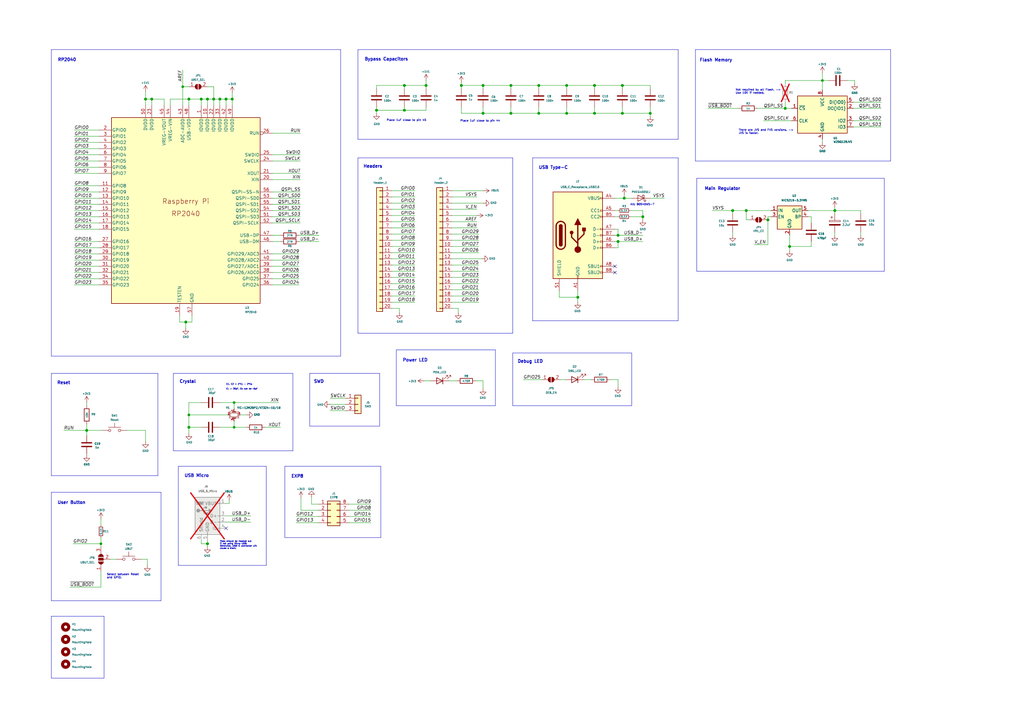
<source format=kicad_sch>
(kicad_sch (version 20230121) (generator eeschema)
  (paper "A3")
  (title_block (title "Mitayi Pico - Schematic") (date "2023-02-20") (rev "0.5") (company "CIRCUITSTATE Electronics LLP") (comment 1 "Designed by Vishnu Mohanan") (comment 2 "Copyright 2021-2023 CIRCUITSTATE Electronics LLP") (comment 3 "Released under MIT Open-source License"))
  (junction (at 220.98 35.052) (diameter 1.016))
  (junction (at 62.23 40.64) (diameter 1.016))
  (junction (at 77.47 175.26) (diameter 1.016))
  (junction (at 220.98 46.482) (diameter 1.016))
  (junction (at 209.55 46.482) (diameter 1.016))
  (junction (at 255.27 46.482) (diameter 1.016))
  (junction (at 243.84 46.482) (diameter 1.016))
  (junction (at 77.47 170.18))
  (junction (at 322.072 44.45) (diameter 1.016))
  (junction (at 76.2 132.08) (diameter 1.016))
  (junction (at 253.492 99.06) (diameter 1.016))
  (junction (at 189.23 35.052) (diameter 1.016))
  (junction (at 243.84 35.052) (diameter 1.016))
  (junction (at 95.25 40.64) (diameter 1.016))
  (junction (at 154.432 45.212) (diameter 1.016))
  (junction (at 198.12 46.482) (diameter 1.016))
  (junction (at 300.482 86.36) (diameter 1.016))
  (junction (at 232.41 35.052) (diameter 1.016))
  (junction (at 85.09 40.64) (diameter 1.016))
  (junction (at 253.492 96.52) (diameter 1.016))
  (junction (at 174.752 35.052) (diameter 1.016))
  (junction (at 165.862 35.052) (diameter 1.016))
  (junction (at 90.17 40.64) (diameter 1.016))
  (junction (at 35.56 176.53) (diameter 1.016))
  (junction (at 198.12 35.052) (diameter 1.016))
  (junction (at 74.93 35.56))
  (junction (at 92.71 40.64) (diameter 1.016))
  (junction (at 59.69 40.64) (diameter 1.016))
  (junction (at 87.63 40.64) (diameter 1.016))
  (junction (at 232.41 46.482) (diameter 1.016))
  (junction (at 256.032 81.28) (diameter 1.016))
  (junction (at 323.85 101.092) (diameter 1.016))
  (junction (at 77.47 40.64) (diameter 1.016))
  (junction (at 85.09 223.012) (diameter 1.016))
  (junction (at 255.27 35.052) (diameter 1.016))
  (junction (at 96.012 175.26))
  (junction (at 342.392 86.36) (diameter 1.016))
  (junction (at 337.312 33.02))
  (junction (at 82.55 40.64) (diameter 1.016))
  (junction (at 41.402 223.012))
  (junction (at 306.07 86.36) (diameter 1.016))
  (junction (at 314.96 90.17) (diameter 1.016))
  (junction (at 236.982 121.92) (diameter 1.016))
  (junction (at 209.55 35.052) (diameter 1.016))
  (junction (at 266.7 46.482) (diameter 1.016))
  (junction (at 165.862 45.212) (diameter 1.016))
  (junction (at 263.652 88.9) (diameter 1.016))
  (junction (at 96.012 165.1))
  (no_connect (at 92.71 216.662))
  (no_connect (at 252.222 109.22))
  (no_connect (at 252.222 111.76))
  (wire (pts (xy 111.76 73.66) (xy 123.19 73.66)))
  (wire (pts (xy 232.41 36.322) (xy 232.41 35.052)))
  (wire (pts (xy 30.48 83.82) (xy 40.64 83.82)))
  (wire (pts (xy 174.752 43.942) (xy 174.752 45.212)))
  (wire (pts (xy 174.752 45.212) (xy 165.862 45.212)))
  (wire (pts (xy 30.48 53.34) (xy 40.64 53.34)))
  (wire (pts (xy 160.782 88.392) (xy 170.18 88.392)))
  (wire (pts (xy 111.76 86.36) (xy 123.19 86.36)))
  (polyline (pts (xy 42.672 252.73) (xy 42.672 278.13)))
  (wire (pts (xy 160.782 113.792) (xy 170.18 113.792)))
  (wire (pts (xy 220.98 35.052) (xy 232.41 35.052)))
  (wire (pts (xy 196.342 123.952) (xy 185.42 123.952)))
  (wire (pts (xy 74.93 28.702) (xy 74.93 35.56)))
  (wire (pts (xy 185.42 85.852) (xy 195.58 85.852)))
  (polyline (pts (xy 21.082 201.93) (xy 21.082 246.38)))
  (wire (pts (xy 74.93 35.56) (xy 77.47 35.56)))
  (wire (pts (xy 255.27 46.482) (xy 266.7 46.482)))
  (polyline (pts (xy 278.13 64.77) (xy 278.13 131.572)))
  (wire (pts (xy 111.76 63.5) (xy 123.19 63.5)))
  (wire (pts (xy 160.782 80.772) (xy 170.18 80.772)))
  (wire (pts (xy 173.99 156.21) (xy 176.53 156.21)))
  (wire (pts (xy 337.312 29.972) (xy 337.312 33.02)))
  (polyline (pts (xy 365.252 20.32) (xy 365.252 66.04)))
  (wire (pts (xy 160.782 85.852) (xy 170.18 85.852)))
  (polyline (pts (xy 120.142 184.912) (xy 71.12 184.912)))
  (wire (pts (xy 185.42 83.312) (xy 198.12 83.312)))
  (wire (pts (xy 165.862 36.322) (xy 165.862 35.052)))
  (wire (pts (xy 59.69 37.592) (xy 59.69 40.64)))
  (wire (pts (xy 59.69 40.64) (xy 59.69 43.18)))
  (wire (pts (xy 82.55 175.26) (xy 77.47 175.26)))
  (wire (pts (xy 310.642 44.45) (xy 322.072 44.45)))
  (polyline (pts (xy 21.082 153.162) (xy 21.082 195.072)))
  (polyline (pts (xy 365.252 66.04) (xy 285.242 66.04)))
  (wire (pts (xy 30.48 111.76) (xy 40.64 111.76)))
  (wire (pts (xy 111.76 116.84) (xy 122.682 116.84)))
  (wire (pts (xy 111.76 111.76) (xy 122.682 111.76)))
  (polyline (pts (xy 155.702 174.752) (xy 127 174.752)))
  (wire (pts (xy 232.41 35.052) (xy 243.84 35.052)))
  (wire (pts (xy 26.162 176.53) (xy 35.56 176.53)))
  (wire (pts (xy 35.56 176.53) (xy 41.91 176.53)))
  (wire (pts (xy 198.12 35.052) (xy 209.55 35.052)))
  (wire (pts (xy 77.47 175.26) (xy 77.47 177.8)))
  (polyline (pts (xy 73.152 191.262) (xy 73.152 231.902)))
  (polyline (pts (xy 66.04 246.38) (xy 21.082 246.38)))
  (polyline (pts (xy 120.142 153.162) (xy 120.142 184.912)))
  (wire (pts (xy 123.444 209.296) (xy 130.556 209.296)))
  (wire (pts (xy 76.2 132.08) (xy 78.74 132.08)))
  (wire (pts (xy 78.74 132.08) (xy 78.74 129.54)))
  (wire (pts (xy 184.15 156.21) (xy 187.452 156.21)))
  (wire (pts (xy 30.48 58.42) (xy 40.64 58.42)))
  (polyline (pts (xy 156.21 220.472) (xy 116.84 220.472)))
  (wire (pts (xy 198.12 156.21) (xy 198.12 159.512)))
  (wire (pts (xy 195.072 156.21) (xy 198.12 156.21)))
  (wire (pts (xy 160.782 101.092) (xy 170.18 101.092)))
  (wire (pts (xy 85.09 221.742) (xy 85.09 223.012)))
  (wire (pts (xy 85.09 223.012) (xy 85.09 224.282)))
  (wire (pts (xy 77.47 40.64) (xy 82.55 40.64)))
  (wire (pts (xy 255.27 46.482) (xy 243.84 46.482)))
  (wire (pts (xy 95.25 38.1) (xy 95.25 40.64)))
  (wire (pts (xy 69.85 40.64) (xy 77.47 40.64)))
  (polyline (pts (xy 285.242 20.32) (xy 365.252 20.32)))
  (polyline (pts (xy 278.13 20.32) (xy 278.13 57.15)))
  (wire (pts (xy 220.98 46.482) (xy 209.55 46.482)))
  (polyline (pts (xy 210.312 144.78) (xy 259.08 144.78)))
  (wire (pts (xy 256.032 81.28) (xy 259.08 81.28)))
  (polyline (pts (xy 21.082 20.32) (xy 21.082 146.05)))
  (wire (pts (xy 252.222 88.9) (xy 253.492 88.9)))
  (wire (pts (xy 35.56 173.99) (xy 35.56 176.53)))
  (polyline (pts (xy 162.56 143.51) (xy 162.56 166.37)))
  (wire (pts (xy 96.012 165.1) (xy 114.3 165.1)))
  (wire (pts (xy 30.48 76.2) (xy 40.64 76.2)))
  (wire (pts (xy 30.48 86.36) (xy 40.64 86.36)))
  (wire (pts (xy 306.07 86.36) (xy 316.23 86.36)))
  (wire (pts (xy 189.23 43.942) (xy 189.23 46.482)))
  (wire (pts (xy 189.23 46.482) (xy 198.12 46.482)))
  (wire (pts (xy 255.27 43.942) (xy 255.27 46.482)))
  (wire (pts (xy 108.712 175.26) (xy 115.062 175.26)))
  (wire (pts (xy 337.312 33.02) (xy 339.852 33.02)))
  (wire (pts (xy 85.09 35.56) (xy 87.63 35.56)))
  (wire (pts (xy 30.48 93.98) (xy 40.64 93.98)))
  (wire (pts (xy 332.74 99.06) (xy 332.74 101.092)))
  (wire (pts (xy 243.84 36.322) (xy 243.84 35.052)))
  (wire (pts (xy 313.182 49.53) (xy 324.612 49.53)))
  (wire (pts (xy 30.48 78.74) (xy 40.64 78.74)))
  (wire (pts (xy 165.862 45.212) (xy 165.862 43.942)))
  (wire (pts (xy 29.972 223.012) (xy 41.402 223.012)))
  (wire (pts (xy 322.072 34.29) (xy 322.072 33.02)))
  (wire (pts (xy 111.76 78.74) (xy 123.19 78.74)))
  (wire (pts (xy 77.47 170.18) (xy 93.472 170.18)))
  (wire (pts (xy 236.982 119.38) (xy 236.982 121.92)))
  (wire (pts (xy 236.982 121.92) (xy 236.982 123.952)))
  (polyline (pts (xy 21.082 201.93) (xy 66.04 201.93)))
  (wire (pts (xy 306.07 86.36) (xy 306.07 90.17)))
  (wire (pts (xy 229.362 119.38) (xy 229.362 121.92)))
  (wire (pts (xy 229.362 121.92) (xy 236.982 121.92)))
  (wire (pts (xy 52.07 176.53) (xy 59.69 176.53)))
  (wire (pts (xy 143.256 206.756) (xy 152.146 206.756)))
  (wire (pts (xy 258.572 86.36) (xy 263.652 86.36)))
  (wire (pts (xy 263.652 86.36) (xy 263.652 88.9)))
  (wire (pts (xy 353.06 95.25) (xy 353.06 96.52)))
  (wire (pts (xy 160.782 98.552) (xy 170.18 98.552)))
  (wire (pts (xy 122.682 96.52) (xy 130.81 96.52)))
  (wire (pts (xy 300.482 95.25) (xy 300.482 96.52)))
  (polyline (pts (xy 42.672 278.13) (xy 21.082 278.13)))
  (wire (pts (xy 185.42 90.932) (xy 195.58 90.932)))
  (wire (pts (xy 185.42 98.552) (xy 196.342 98.552)))
  (wire (pts (xy 292.1 86.36) (xy 300.482 86.36)))
  (wire (pts (xy 30.48 63.5) (xy 40.64 63.5)))
  (wire (pts (xy 332.74 91.44) (xy 332.74 88.9)))
  (polyline (pts (xy 73.152 191.262) (xy 109.22 191.262)))
  (wire (pts (xy 30.48 81.28) (xy 40.64 81.28)))
  (wire (pts (xy 185.42 103.632) (xy 196.342 103.632)))
  (polyline (pts (xy 362.712 111.252) (xy 285.75 111.252)))
  (wire (pts (xy 121.412 214.376) (xy 130.556 214.376)))
  (wire (pts (xy 111.76 104.14) (xy 122.682 104.14)))
  (wire (pts (xy 111.76 66.04) (xy 123.19 66.04)))
  (wire (pts (xy 96.012 175.26) (xy 101.092 175.26)))
  (wire (pts (xy 196.342 118.872) (xy 185.42 118.872)))
  (wire (pts (xy 342.392 86.36) (xy 353.06 86.36)))
  (wire (pts (xy 353.06 87.63) (xy 353.06 86.36)))
  (wire (pts (xy 60.452 229.362) (xy 57.912 229.362)))
  (wire (pts (xy 160.782 106.172) (xy 170.18 106.172)))
  (wire (pts (xy 300.482 87.63) (xy 300.482 86.36)))
  (wire (pts (xy 229.87 155.702) (xy 231.902 155.702)))
  (polyline (pts (xy 139.7 146.05) (xy 21.082 146.05)))
  (wire (pts (xy 30.48 101.6) (xy 40.64 101.6)))
  (wire (pts (xy 314.96 88.9) (xy 316.23 88.9)))
  (wire (pts (xy 30.48 106.68) (xy 40.64 106.68)))
  (wire (pts (xy 30.48 114.3) (xy 40.64 114.3)))
  (wire (pts (xy 121.412 211.836) (xy 130.556 211.836)))
  (wire (pts (xy 243.84 46.482) (xy 232.41 46.482)))
  (wire (pts (xy 322.072 44.45) (xy 324.612 44.45)))
  (wire (pts (xy 160.782 78.232) (xy 170.18 78.232)))
  (wire (pts (xy 45.212 229.362) (xy 47.752 229.362)))
  (wire (pts (xy 174.752 35.052) (xy 174.752 36.322)))
  (wire (pts (xy 250.19 155.702) (xy 253.492 155.702)))
  (wire (pts (xy 253.492 155.702) (xy 253.492 158.75)))
  (wire (pts (xy 243.84 35.052) (xy 255.27 35.052)))
  (wire (pts (xy 143.256 214.376) (xy 152.146 214.376)))
  (wire (pts (xy 87.63 35.56) (xy 87.63 40.64)))
  (wire (pts (xy 185.42 93.472) (xy 195.58 93.472)))
  (polyline (pts (xy 71.12 153.162) (xy 120.142 153.162)))
  (wire (pts (xy 30.48 55.88) (xy 40.64 55.88)))
  (wire (pts (xy 209.55 35.052) (xy 220.98 35.052)))
  (wire (pts (xy 96.012 172.72) (xy 96.012 175.26)))
  (wire (pts (xy 111.76 83.82) (xy 123.19 83.82)))
  (wire (pts (xy 255.27 36.322) (xy 255.27 35.052)))
  (wire (pts (xy 342.392 86.36) (xy 342.392 87.63)))
  (wire (pts (xy 174.752 33.02) (xy 174.752 35.052)))
  (wire (pts (xy 214.63 155.702) (xy 222.25 155.702)))
  (wire (pts (xy 111.76 88.9) (xy 123.19 88.9)))
  (polyline (pts (xy 210.312 136.652) (xy 146.812 136.652)))
  (wire (pts (xy 198.12 36.322) (xy 198.12 35.052)))
  (polyline (pts (xy 21.082 153.162) (xy 64.77 153.162)))
  (wire (pts (xy 220.98 43.942) (xy 220.98 46.482)))
  (wire (pts (xy 189.23 35.052) (xy 189.23 36.322)))
  (wire (pts (xy 111.76 114.3) (xy 122.682 114.3)))
  (wire (pts (xy 59.69 176.53) (xy 59.69 181.102)))
  (wire (pts (xy 111.76 99.06) (xy 115.062 99.06)))
  (wire (pts (xy 122.682 99.06) (xy 130.81 99.06)))
  (wire (pts (xy 30.48 88.9) (xy 40.64 88.9)))
  (polyline (pts (xy 218.44 64.77) (xy 218.44 131.572)))
  (polyline (pts (xy 146.812 20.32) (xy 146.812 57.15)))
  (wire (pts (xy 185.42 108.712) (xy 196.342 108.712)))
  (wire (pts (xy 82.55 221.742) (xy 82.55 223.012)))
  (wire (pts (xy 82.55 223.012) (xy 85.09 223.012)))
  (wire (pts (xy 220.98 36.322) (xy 220.98 35.052)))
  (polyline (pts (xy 162.56 143.51) (xy 203.2 143.51)))
  (wire (pts (xy 41.402 220.472) (xy 41.402 223.012)))
  (polyline (pts (xy 146.812 64.77) (xy 146.812 136.652)))
  (wire (pts (xy 266.7 81.28) (xy 272.542 81.28)))
  (wire (pts (xy 314.96 88.9) (xy 314.96 90.17)))
  (wire (pts (xy 135.382 165.862) (xy 141.732 165.862)))
  (polyline (pts (xy 156.21 191.262) (xy 156.21 220.472)))
  (wire (pts (xy 160.782 126.492) (xy 163.83 126.492)))
  (wire (pts (xy 163.83 126.492) (xy 163.83 128.27)))
  (wire (pts (xy 258.572 88.9) (xy 263.652 88.9)))
  (wire (pts (xy 263.652 88.9) (xy 263.652 90.17)))
  (wire (pts (xy 185.42 88.392) (xy 195.58 88.392)))
  (wire (pts (xy 196.342 121.412) (xy 185.42 121.412)))
  (wire (pts (xy 185.42 126.492) (xy 187.96 126.492)))
  (wire (pts (xy 187.96 126.492) (xy 187.96 128.27)))
  (polyline (pts (xy 21.082 252.73) (xy 42.672 252.73)))
  (wire (pts (xy 165.862 35.052) (xy 174.752 35.052)))
  (wire (pts (xy 141.732 163.322) (xy 135.382 163.322)))
  (wire (pts (xy 209.55 36.322) (xy 209.55 35.052)))
  (wire (pts (xy 196.342 116.332) (xy 185.42 116.332)))
  (wire (pts (xy 332.74 101.092) (xy 323.85 101.092)))
  (wire (pts (xy 35.56 186.182) (xy 35.56 186.69)))
  (wire (pts (xy 69.85 43.18) (xy 69.85 40.64)))
  (wire (pts (xy 154.432 45.212) (xy 154.432 46.482)))
  (wire (pts (xy 28.702 240.792) (xy 41.402 240.792)))
  (wire (pts (xy 331.47 86.36) (xy 342.392 86.36)))
  (wire (pts (xy 154.432 35.052) (xy 165.862 35.052)))
  (polyline (pts (xy 285.75 73.152) (xy 362.712 73.152)))
  (wire (pts (xy 111.76 96.52) (xy 115.062 96.52)))
  (wire (pts (xy 350.012 41.91) (xy 361.442 41.91)))
  (wire (pts (xy 127.762 206.756) (xy 130.556 206.756)))
  (wire (pts (xy 160.782 90.932) (xy 170.18 90.932)))
  (wire (pts (xy 141.732 168.402) (xy 135.382 168.402)))
  (wire (pts (xy 77.47 165.1) (xy 77.47 170.18)))
  (wire (pts (xy 73.66 132.08) (xy 73.66 129.54)))
  (wire (pts (xy 76.2 132.08) (xy 73.66 132.08)))
  (wire (pts (xy 76.2 134.62) (xy 76.2 132.08)))
  (wire (pts (xy 30.48 116.84) (xy 40.64 116.84)))
  (wire (pts (xy 342.392 85.09) (xy 342.392 86.36)))
  (polyline (pts (xy 285.75 73.152) (xy 285.75 111.252)))
  (wire (pts (xy 90.17 175.26) (xy 96.012 175.26)))
  (wire (pts (xy 255.27 35.052) (xy 266.7 35.052)))
  (polyline (pts (xy 278.13 131.572) (xy 218.44 131.572)))
  (polyline (pts (xy 203.2 166.37) (xy 162.56 166.37)))
  (wire (pts (xy 209.55 43.942) (xy 209.55 46.482)))
  (wire (pts (xy 111.76 54.61) (xy 123.19 54.61)))
  (polyline (pts (xy 71.12 153.162) (xy 71.12 184.912)))
  (wire (pts (xy 185.42 106.172) (xy 197.612 106.172)))
  (wire (pts (xy 209.55 46.482) (xy 198.12 46.482)))
  (wire (pts (xy 266.7 46.482) (xy 266.7 47.752)))
  (polyline (pts (xy 127 153.162) (xy 155.702 153.162)))
  (wire (pts (xy 350.012 44.45) (xy 361.442 44.45)))
  (wire (pts (xy 111.76 106.68) (xy 122.682 106.68)))
  (wire (pts (xy 332.74 88.9) (xy 331.47 88.9)))
  (wire (pts (xy 35.56 176.53) (xy 35.56 178.562)))
  (wire (pts (xy 303.022 44.45) (xy 290.322 44.45)))
  (wire (pts (xy 30.48 104.14) (xy 40.64 104.14)))
  (wire (pts (xy 30.48 68.58) (xy 40.64 68.58)))
  (wire (pts (xy 252.222 81.28) (xy 256.032 81.28)))
  (wire (pts (xy 256.032 81.28) (xy 256.032 80.01)))
  (wire (pts (xy 252.222 93.98) (xy 253.492 93.98)))
  (wire (pts (xy 253.492 93.98) (xy 253.492 96.52)))
  (wire (pts (xy 143.256 211.836) (xy 152.146 211.836)))
  (polyline (pts (xy 21.082 252.73) (xy 21.082 278.13)))
  (wire (pts (xy 185.42 80.772) (xy 195.58 80.772)))
  (wire (pts (xy 60.452 231.902) (xy 60.452 229.362)))
  (polyline (pts (xy 64.77 153.162) (xy 64.77 195.072)))
  (wire (pts (xy 185.42 78.232) (xy 198.12 78.232)))
  (wire (pts (xy 342.392 95.25) (xy 342.392 96.52)))
  (wire (pts (xy 196.342 113.792) (xy 185.42 113.792)))
  (wire (pts (xy 232.41 43.942) (xy 232.41 46.482)))
  (polyline (pts (xy 146.812 64.77) (xy 210.312 64.77)))
  (wire (pts (xy 337.312 33.02) (xy 337.312 36.83)))
  (wire (pts (xy 143.256 209.296) (xy 152.146 209.296)))
  (wire (pts (xy 92.71 40.64) (xy 92.71 43.18)))
  (wire (pts (xy 127.762 203.962) (xy 127.762 206.756)))
  (polyline (pts (xy 210.312 64.77) (xy 210.312 136.652)))
  (wire (pts (xy 111.76 91.44) (xy 123.19 91.44)))
  (wire (pts (xy 154.432 45.212) (xy 165.862 45.212)))
  (wire (pts (xy 92.71 40.64) (xy 95.25 40.64)))
  (wire (pts (xy 95.25 43.18) (xy 95.25 40.64)))
  (polyline (pts (xy 155.702 153.162) (xy 155.702 174.752)))
  (wire (pts (xy 323.85 101.092) (xy 323.85 102.87)))
  (polyline (pts (xy 362.712 73.152) (xy 362.712 111.252)))
  (wire (pts (xy 160.782 96.012) (xy 170.18 96.012)))
  (wire (pts (xy 96.012 165.1) (xy 96.012 167.64)))
  (wire (pts (xy 252.222 99.06) (xy 253.492 99.06)))
  (wire (pts (xy 253.492 99.06) (xy 263.652 99.06)))
  (wire (pts (xy 160.782 111.252) (xy 170.18 111.252)))
  (wire (pts (xy 252.222 86.36) (xy 253.492 86.36)))
  (wire (pts (xy 74.93 35.56) (xy 74.93 43.18)))
  (polyline (pts (xy 278.13 57.15) (xy 146.812 57.15)))
  (wire (pts (xy 160.782 116.332) (xy 170.18 116.332)))
  (wire (pts (xy 347.472 33.02) (xy 350.52 33.02)))
  (wire (pts (xy 350.52 33.02) (xy 350.52 34.29)))
  (polyline (pts (xy 66.04 201.93) (xy 66.04 246.38)))
  (wire (pts (xy 41.402 223.012) (xy 41.402 224.282)))
  (wire (pts (xy 41.402 212.852) (xy 41.402 215.392)))
  (wire (pts (xy 154.432 43.942) (xy 154.432 45.212)))
  (wire (pts (xy 306.07 90.17) (xy 307.34 90.17)))
  (polyline (pts (xy 127 153.162) (xy 127 174.752)))
  (wire (pts (xy 160.782 121.412) (xy 170.18 121.412)))
  (wire (pts (xy 185.42 101.092) (xy 196.342 101.092)))
  (wire (pts (xy 198.12 43.942) (xy 198.12 46.482)))
  (wire (pts (xy 266.7 43.942) (xy 266.7 46.482)))
  (wire (pts (xy 239.522 155.702) (xy 242.57 155.702)))
  (polyline (pts (xy 21.082 20.32) (xy 139.7 20.32)))
  (wire (pts (xy 123.444 204.216) (xy 123.444 209.296)))
  (wire (pts (xy 77.47 43.18) (xy 77.47 40.64)))
  (polyline (pts (xy 139.7 20.32) (xy 139.7 146.05)))
  (wire (pts (xy 309.372 100.33) (xy 314.96 100.33)))
  (wire (pts (xy 314.96 100.33) (xy 314.96 90.17)))
  (wire (pts (xy 98.552 170.18) (xy 101.092 170.18)))
  (wire (pts (xy 189.23 33.782) (xy 189.23 35.052)))
  (polyline (pts (xy 116.84 191.262) (xy 116.84 220.472)))
  (wire (pts (xy 30.48 60.96) (xy 40.64 60.96)))
  (polyline (pts (xy 218.44 64.77) (xy 278.13 64.77)))
  (wire (pts (xy 30.48 99.06) (xy 40.64 99.06)))
  (polyline (pts (xy 203.2 143.51) (xy 203.2 166.37)))
  (wire (pts (xy 323.85 96.52) (xy 323.85 101.092)))
  (wire (pts (xy 350.012 52.07) (xy 361.442 52.07)))
  (wire (pts (xy 189.23 35.052) (xy 198.12 35.052)))
  (polyline (pts (xy 116.84 191.262) (xy 156.21 191.262)))
  (polyline (pts (xy 109.22 231.902) (xy 73.152 231.902)))
  (wire (pts (xy 90.17 43.18) (xy 90.17 40.64)))
  (wire (pts (xy 111.76 109.22) (xy 122.682 109.22)))
  (wire (pts (xy 160.782 118.872) (xy 170.18 118.872)))
  (wire (pts (xy 82.55 165.1) (xy 77.47 165.1)))
  (wire (pts (xy 59.69 40.64) (xy 62.23 40.64)))
  (wire (pts (xy 62.23 43.18) (xy 62.23 40.64)))
  (wire (pts (xy 160.782 123.952) (xy 170.18 123.952)))
  (wire (pts (xy 160.782 108.712) (xy 170.18 108.712)))
  (wire (pts (xy 85.09 40.64) (xy 87.63 40.64)))
  (wire (pts (xy 87.63 40.64) (xy 90.17 40.64)))
  (wire (pts (xy 87.63 43.18) (xy 87.63 40.64)))
  (wire (pts (xy 90.17 40.64) (xy 92.71 40.64)))
  (polyline (pts (xy 259.08 144.78) (xy 259.08 166.37)))
  (wire (pts (xy 41.402 240.792) (xy 41.402 234.442)))
  (wire (pts (xy 252.222 101.6) (xy 253.492 101.6)))
  (wire (pts (xy 253.492 101.6) (xy 253.492 99.06)))
  (wire (pts (xy 92.71 211.582) (xy 102.87 211.582)))
  (wire (pts (xy 160.782 103.632) (xy 170.18 103.632)))
  (polyline (pts (xy 64.77 195.072) (xy 21.082 195.072)))
  (wire (pts (xy 322.072 41.91) (xy 322.072 44.45)))
  (wire (pts (xy 252.222 96.52) (xy 253.492 96.52)))
  (wire (pts (xy 253.492 96.52) (xy 263.652 96.52)))
  (wire (pts (xy 67.31 40.64) (xy 62.23 40.64)))
  (wire (pts (xy 67.31 43.18) (xy 67.31 40.64)))
  (wire (pts (xy 90.17 165.1) (xy 96.012 165.1)))
  (wire (pts (xy 30.48 66.04) (xy 40.64 66.04)))
  (wire (pts (xy 322.072 33.02) (xy 337.312 33.02)))
  (wire (pts (xy 77.47 170.18) (xy 77.47 175.26)))
  (wire (pts (xy 111.76 81.28) (xy 123.19 81.28)))
  (polyline (pts (xy 259.08 166.37) (xy 210.312 166.37)))
  (wire (pts (xy 350.012 49.53) (xy 361.442 49.53)))
  (wire (pts (xy 300.482 86.36) (xy 306.07 86.36)))
  (wire (pts (xy 160.782 93.472) (xy 170.18 93.472)))
  (polyline (pts (xy 146.812 20.32) (xy 278.13 20.32)))
  (wire (pts (xy 82.55 40.64) (xy 85.09 40.64)))
  (wire (pts (xy 85.09 43.18) (xy 85.09 40.64)))
  (wire (pts (xy 232.41 46.482) (xy 220.98 46.482)))
  (wire (pts (xy 35.56 165.1) (xy 35.56 166.37)))
  (wire (pts (xy 154.432 36.322) (xy 154.432 35.052)))
  (wire (pts (xy 243.84 43.942) (xy 243.84 46.482)))
  (wire (pts (xy 266.7 36.322) (xy 266.7 35.052)))
  (wire (pts (xy 92.71 214.122) (xy 102.87 214.122)))
  (polyline (pts (xy 210.312 144.78) (xy 210.312 166.37)))
  (wire (pts (xy 185.42 111.252) (xy 196.342 111.252)))
  (wire (pts (xy 111.76 71.12) (xy 123.19 71.12)))
  (wire (pts (xy 30.48 71.12) (xy 40.64 71.12)))
  (polyline (pts (xy 285.242 20.32) (xy 285.242 66.04)))
  (polyline (pts (xy 109.22 191.262) (xy 109.22 231.902)))
  (wire (pts (xy 337.312 57.15) (xy 337.312 58.42)))
  (wire (pts (xy 92.71 206.502) (xy 93.98 206.502)))
  (wire (pts (xy 93.98 206.502) (xy 93.98 205.232)))
  (wire (pts (xy 82.55 43.18) (xy 82.55 40.64)))
  (wire (pts (xy 30.48 109.22) (xy 40.64 109.22)))
  (wire (pts (xy 185.42 96.012) (xy 196.342 96.012)))
  (wire (pts (xy 30.48 91.44) (xy 40.64 91.44)))
  (wire (pts (xy 160.782 83.312) (xy 170.18 83.312)))
  (text "USB Type-C" (at 220.853 69.596 0) (effects (font (size 1.27 1.27) (thickness 0.254) bold) (justify left bottom)))
  (text "Main Regulator" (at 288.925 78.232 0) (effects (font (size 1.27 1.27) (thickness 0.254) bold) (justify left bottom)))
  (text "Headers" (at 148.971 69.088 0) (effects (font (size 1.27 1.27) (thickness 0.254) bold) (justify left bottom)))
  (text "RP2040" (at 23.622 25.4 0) (effects (font (size 1.27 1.27) (thickness 0.254) bold) (justify left bottom)))
  (text "Alt: B0540WS-7" (at 258.445 84.455 0) (effects (font (size 0.8 0.8)) (justify left bottom)))
  (text "Bypass Capacitors" (at 149.479 25.146 0) (effects (font (size 1.27 1.27) (thickness 0.254) bold) (justify left bottom)))
  (text "Place 1uF close to pin 45" (at 158.496 49.911 0) (effects (font (size 0.8 0.8)) (justify left bottom)))
  (text "Debug LED" (at 212.217 149.098 0) (effects (font (size 1.27 1.27) (thickness 0.254) bold) (justify left bottom)))
  (text "There are JVS and FVS versions. ->\nJVS is faster." (at 302.895 55.245 0) (effects (font (size 0.8 0.8)) (justify left bottom)))
  (text "EXP8" (at 119.38 196.215 0) (effects (font (size 1.27 1.27) (thickness 0.254) bold) (justify left bottom)))
  (text "Crystal" (at 73.533 157.353 0) (effects (font (size 1.27 1.27) (thickness 0.254) bold) (justify left bottom)))
  (text "Pads should be masked out\nif not using Micro-USB.\nOtherwise, USB-C connector will\ncause a short." (at 90.17 225.425 0) (effects (font (size 0.6 0.6)) (justify left bottom)))
  (text "Power LED" (at 165.1 148.59 0) (effects (font (size 1.27 1.27) (thickness 0.254) bold) (justify left bottom)))
  (text "Not required by all Flash. ->\nUse 10K if needed." (at 301.625 38.735 0) (effects (font (size 0.8 0.8)) (justify left bottom)))
  (text "C1, C2 = 2*CL - 2*Cs\n\nCL = 20pF, Cs can be ~5pF" (at 92.71 160.02 0) (effects (font (size 0.6 0.6)) (justify left bottom)))
  (text "SWD" (at 128.651 157.353 0) (effects (font (size 1.27 1.27) (thickness 0.254) bold) (justify left bottom)))
  (text "Reset" (at 23.368 157.861 0) (effects (font (size 1.27 1.27) (thickness 0.254) bold) (justify left bottom)))
  (text "Place 1uF close to pin 44" (at 188.722 50.165 0) (effects (font (size 0.8 0.8)) (justify left bottom)))
  (text "Select between Reset\nand GPIO." (at 43.815 237.49 0) (effects (font (size 0.8 0.8)) (justify left bottom)))
  (text "Flash Memory" (at 286.893 25.527 0) (effects (font (size 1.27 1.27) (thickness 0.254) bold) (justify left bottom)))
  (text "USB Micro" (at 75.565 195.961 0) (effects (font (size 1.27 1.27) (thickness 0.254) bold) (justify left bottom)))
  (text "User Button" (at 23.495 207.01 0) (effects (font (size 1.27 1.27) (thickness 0.254) bold) (justify left bottom)))
  (label "QSPI_SS" (at 313.182 44.45 0) (effects (font italic)))
  (label "GPIO29" (at 196.342 96.012 180) (effects (font italic)))
  (label "QSPI_SD3" (at 123.19 88.9 180) (effects (font italic)))
  (label "GPIO9" (at 30.48 78.74 0) (effects (font italic)))
  (label "GPIO24" (at 196.342 111.252 180) (effects (font italic)))
  (label "GPIO6" (at 30.48 68.58 0) (effects (font italic)))
  (label "VSYS" (at 272.542 81.28 180) (effects (font italic)))
  (label "GPIO27" (at 196.342 101.092 180) (effects (font italic)))
  (label "QSPI_SD1" (at 123.19 83.82 180) (effects (font italic)))
  (label "GPIO21" (at 196.342 118.872 180) (effects (font italic)))
  (label "GPIO20" (at 196.342 121.412 180) (effects (font italic)))
  (label "RUN" (at 123.19 54.61 180) (effects (font italic)))
  (label "GPIO8" (at 170.18 98.552 180) (effects (font italic)))
  (label "GPIO25" (at 214.63 155.702 0) (effects (font italic)))
  (label "GPIO4" (at 30.48 63.5 0) (effects (font italic)))
  (label "GPIO12" (at 170.18 108.712 180) (effects (font italic)))
  (label "VSYS" (at 292.1 86.36 0) (effects (font italic)))
  (label "GPIO13" (at 170.18 111.252 180) (effects (font italic)))
  (label "XOUT" (at 123.19 71.12 180) (effects (font italic)))
  (label "GPIO11" (at 30.48 83.82 0) (effects (font italic)))
  (label "USB_D-" (at 263.652 96.52 180) (effects (font italic)))
  (label "GPIO2" (at 29.972 223.012 0) (effects (font italic)))
  (label "GPIO12" (at 121.412 211.836 0) (effects (font italic)))
  (label "GPIO23" (at 30.48 116.84 0) (effects (font italic)))
  (label "GPIO9" (at 170.18 101.092 180) (effects (font italic)))
  (label "GPIO7" (at 30.48 71.12 0) (effects (font italic)))
  (label "USB_D+" (at 130.81 96.52 180) (effects (font italic)))
  (label "GPIO22" (at 196.342 116.332 180) (effects (font italic)))
  (label "QSPI_SCLK" (at 123.19 91.44 180) (effects (font italic)))
  (label "USB_D+" (at 263.652 99.06 180) (effects (font italic)))
  (label "GPIO17" (at 170.18 121.412 180) (effects (font italic)))
  (label "GPIO19" (at 196.342 123.952 180) (effects (font italic)))
  (label "XOUT" (at 115.062 175.26 180) (effects (font italic)))
  (label "QSPI_SD2" (at 361.442 49.53 180) (effects (font italic)))
  (label "GPIO15" (at 30.48 93.98 0) (effects (font italic)))
  (label "GPIO15" (at 152.146 214.376 180) (effects (font italic)))
  (label "RUN" (at 195.58 93.472 180) (effects (font italic)))
  (label "GPIO0" (at 170.18 78.232 180) (effects (font italic)))
  (label "QSPI_SD0" (at 123.19 81.28 180) (effects (font italic)))
  (label "QSPI_SD1" (at 361.442 44.45 180) (effects (font italic)))
  (label "AREF" (at 195.58 90.932 180) (effects (font italic)))
  (label "GPIO2" (at 30.48 58.42 0) (effects (font italic)))
  (label "GPIO6" (at 170.18 93.472 180) (effects (font italic)))
  (label "RUN" (at 26.162 176.53 0) (effects (font italic)))
  (label "GPIO10" (at 30.48 81.28 0) (effects (font italic)))
  (label "V_EN" (at 195.58 85.852 180) (effects (font italic)))
  (label "GPIO4" (at 170.18 88.392 180) (effects (font italic)))
  (label "GPIO27" (at 122.682 109.22 180) (effects (font italic)))
  (label "GPIO16" (at 170.18 118.872 180) (effects (font italic)))
  (label "GPIO8" (at 152.146 209.296 180) (effects (font italic)))
  (label "GPIO28" (at 122.682 106.68 180) (effects (font italic)))
  (label "GPIO16" (at 30.48 99.06 0) (effects (font italic)))
  (label "GPIO2" (at 170.18 83.312 180) (effects (font italic)))
  (label "VSYS" (at 195.58 80.772 180) (effects (font italic)))
  (label "GPIO20" (at 30.48 109.22 0) (effects (font italic)))
  (label "GPIO1" (at 170.18 80.772 180) (effects (font italic)))
  (label "GPIO7" (at 170.18 96.012 180) (effects (font italic)))
  (label "GPIO5" (at 170.18 90.932 180) (effects (font italic)))
  (label "GPIO3" (at 170.18 85.852 180) (effects (font italic)))
  (label "GPIO8" (at 30.48 76.2 0) (effects (font italic)))
  (label "GPIO26" (at 196.342 103.632 180) (effects (font italic)))
  (label "GPIO14" (at 30.48 91.44 0) (effects (font italic)))
  (label "GPIO19" (at 30.48 106.68 0) (effects (font italic)))
  (label "GPIO22" (at 30.48 114.3 0) (effects (font italic)))
  (label "XIN" (at 123.19 73.66 180) (effects (font italic)))
  (label "GPIO23" (at 196.342 113.792 180) (effects (font italic)))
  (label "GPIO12" (at 30.48 86.36 0) (effects (font italic)))
  (label "QSPI_SD3" (at 361.442 52.07 180) (effects (font italic)))
  (label "QSPI_SD2" (at 123.19 86.36 180) (effects (font italic)))
  (label "~{USB_BOOT}" (at 28.702 240.792 0) (effects (font italic)))
  (label "GPIO15" (at 170.18 116.332 180) (effects (font italic)))
  (label "GPIO25" (at 122.682 114.3 180) (effects (font italic)))
  (label "AREF" (at 74.93 28.702 270) (effects (font italic)))
  (label "GPIO13" (at 121.412 214.376 0) (effects (font italic)))
  (label "USB_D+" (at 102.87 211.582 180) (effects (font italic)))
  (label "GPIO9" (at 152.146 206.756 180) (effects (font italic)))
  (label "GPIO24" (at 122.682 116.84 180) (effects (font italic)))
  (label "SWDIO" (at 123.19 63.5 180) (effects (font italic)))
  (label "XIN" (at 114.3 165.1 180) (effects (font italic)))
  (label "GPIO10" (at 170.18 103.632 180) (effects (font italic)))
  (label "GPIO5" (at 30.48 66.04 0) (effects (font italic)))
  (label "GPIO14" (at 170.18 113.792 180) (effects (font italic)))
  (label "GPIO25" (at 196.342 108.712 180) (effects (font italic)))
  (label "SWCLK" (at 135.382 163.322 0) (effects (font italic)))
  (label "GPIO1" (at 30.48 55.88 0) (effects (font italic)))
  (label "QSPI_SCLK" (at 313.182 49.53 0) (effects (font italic)))
  (label "GPIO11" (at 170.18 106.172 180) (effects (font italic)))
  (label "QSPI_SS" (at 123.19 78.74 180) (effects (font italic)))
  (label "SWDIO" (at 135.382 168.402 0) (effects (font italic)))
  (label "GPIO3" (at 30.48 60.96 0) (effects (font italic)))
  (label "USB_D-" (at 130.81 99.06 180) (effects (font italic)))
  (label "GPIO18" (at 170.18 123.952 180) (effects (font italic)))
  (label "GPIO21" (at 30.48 111.76 0) (effects (font italic)))
  (label "~{USB_BOOT}" (at 290.322 44.45 0) (effects (font italic)))
  (label "GPIO13" (at 30.48 88.9 0) (effects (font italic)))
  (label "GPIO18" (at 30.48 104.14 0) (effects (font italic)))
  (label "USB_D-" (at 102.87 214.122 180) (effects (font italic)))
  (label "V_EN" (at 309.372 100.33 0) (effects (font italic)))
  (label "GPIO26" (at 122.682 111.76 180) (effects (font italic)))
  (label "GPIO0" (at 30.48 53.34 0) (effects (font italic)))
  (label "GPIO14" (at 152.146 211.836 180) (effects (font italic)))
  (label "SWCLK" (at 123.19 66.04 180) (effects (font italic)))
  (label "GPIO17" (at 30.48 101.6 0) (effects (font italic)))
  (label "GPIO28" (at 196.342 98.552 180) (effects (font italic)))
  (label "GPIO29" (at 122.682 104.14 180) (effects (font italic)))
  (label "QSPI_SD0" (at 361.442 41.91 180) (effects (font italic)))
  (symbol (lib_id "power:GND") (at 353.06 96.52 0) (unit 1)
    (property "Reference" "#PWR019" (effects hide))
    (property "Value" "GND" (at 353.06 100.33 0) (effects (font (size 0.8 0.8))))
  )
  (symbol (lib_id "power:GND") (at 266.7 47.752 0) (unit 1)
    (property "Reference" "#PWR08" (effects hide))
    (property "Value" "GND" (at 266.573 51.3842 0) (effects (font (size 0.8 0.8))))
  )
  (symbol (lib_id "power:GND") (at 187.96 128.27 0) (unit 1)
    (property "Reference" "#PWR024" (effects hide))
    (property "Value" "GND" (at 188.087 131.9022 0) (effects (font (size 0.8 0.8))))
  )
  (symbol (lib_id "Connector:USB_C_Receptacle_USB2.0") (at 236.982 96.52 0) (unit 1)
    (property "Reference" "J2" (at 236.855 74.422 0) (effects (font (size 0.8 0.8))))
    (property "Value" "USB_C_Receptacle_USB2.0" (at 237.871 76.708 0) (effects (font (size 0.8 0.8))))
    (property "Footprint" "CIRCUITSTATE_Connector_USB:Korean-Hroparts-Elec_TYPE-C-31-M-12" (effects hide))
    (property "Datasheet" "https://www.usb.org/sites/default/files/documents/usb_type-c.zip" (effects hide))
  )
  (symbol (lib_id "Device:C") (at 86.36 165.1 270) (unit 1)
    (property "Reference" "C17" (at 85.2424 159.639 90) (effects (font (size 0.8 0.8)) (justify left)))
    (property "Value" "30pF" (at 85.471 161.163 90) (effects (font (size 0.8 0.8)) (justify left)))
    (property "Footprint" "Capacitor_SMD:C_0402_1005Metric_Pad0.74x0.62mm_HandSolder" (effects hide))
  )
  (symbol (lib_id "Device:C") (at 174.752 40.132 0) (unit 1)
    (property "Reference" "C4" (at 177.927 39.4716 0) (effects (font (size 0.8 0.8)) (justify left)))
    (property "Value" "1u" (at 177.927 41.021 0) (effects (font (size 0.8 0.8)) (justify left)))
    (property "Footprint" "Capacitor_SMD:C_0402_1005Metric_Pad0.74x0.62mm_HandSolder" (effects hide))
  )
  (symbol (lib_id "power:+3V3") (at 342.392 85.09 0) (unit 1)
    (property "Reference" "#PWR014" (effects hide))
    (property "Value" "+3V3" (at 342.265 81.4578 0) (effects (font (size 0.8 0.8))))
  )
  (symbol (lib_id "power:GND") (at 337.312 58.42 0) (unit 1)
    (property "Reference" "#PWR010" (effects hide))
    (property "Value" "GND" (at 337.312 61.976 0) (effects (font (size 0.8 0.8))))
  )
  (symbol (lib_id "Connector_Generic:Conn_01x20") (at 180.34 101.092 0) (mirror y) (unit 1)
    (property "Reference" "J4" (at 180.594 73.152 0) (effects (font (size 0.8 0.8))))
    (property "Value" "Header_2" (at 180.848 74.93 0) (effects (font (size 0.8 0.8))))
    (property "Footprint" "CIRCUITSTATE-Connector-Pin-Headers:PinHeader_1x20_2H_P2.54mm_Vertical" (effects hide))
  )
  (symbol (lib_id "Diode:MBR1020VL") (at 262.89 81.28 180) (unit 1)
    (property "Reference" "D1" (at 262.89 76.835 0) (effects (font (size 0.8 0.8))))
    (property "Value" "PMEG4005EJ" (at 262.89 78.74 0) (effects (font (size 0.8 0.8))))
    (property "Footprint" "Diode_SMD:D_SOD-323_HandSoldering" (effects hide))
    (property "Datasheet" "https://www.onsemi.com/pub/Collateral/MBR1020VL-D.PDF" (effects hide))
  )
  (symbol (lib_id "power:GND") (at 323.85 102.87 0) (unit 1)
    (property "Reference" "#PWR020" (effects hide))
    (property "Value" "GND" (at 323.85 106.68 0) (effects (font (size 0.8 0.8))))
  )
  (symbol (lib_id "Device:C") (at 35.56 182.372 0) (unit 1)
    (property "Reference" "C19" (at 38.735 181.9656 0) (effects (font (size 0.8 0.8)) (justify left)))
    (property "Value" "1u" (at 38.989 183.515 0) (effects (font (size 0.8 0.8)) (justify left)))
    (property "Footprint" "Capacitor_SMD:C_0402_1005Metric_Pad0.74x0.62mm_HandSolder" (effects hide))
  )
  (symbol (lib_id "Memory_Flash:W25Q128JVS") (at 337.312 46.99 0) (unit 1)
    (property "Reference" "U1" (at 342.646 56.642 0) (effects (font (size 0.8 0.8))))
    (property "Value" "W25Q128JVS" (at 345.694 58.166 0) (effects (font (size 0.8 0.8))))
    (property "Footprint" "Package_SO:SOIC-8_5.23x5.23mm_P1.27mm" (effects hide))
    (property "Datasheet" "http://www.winbond.com/resource-files/w25q128jv_dtr%20revc%2003272018%20plus.pdf" (effects hide))
  )
  (symbol (lib_id "Device:R") (at 322.072 38.1 0) (unit 1) (dnp yes)
    (property "Reference" "R1" (at 323.596 37.9476 0) (effects (font (size 0.8 0.8)) (justify left)))
    (property "Value" "DNP" (at 322.072 39.243 90) (effects (font (size 0.8 0.8)) (justify left)))
    (property "Footprint" "Resistor_SMD:R_0402_1005Metric_Pad0.72x0.64mm_HandSolder" (effects hide))
  )
  (symbol (lib_id "power:+3V3") (at 95.25 38.1 0) (unit 1)
    (property "Reference" "#PWR06" (effects hide))
    (property "Value" "+3V3" (at 95.123 34.4678 0) (effects (font (size 0.8 0.8))))
  )
  (symbol (lib_id "Device:C") (at 209.55 40.132 0) (unit 1)
    (property "Reference" "C7" (at 212.979 39.4716 0) (effects (font (size 0.8 0.8)) (justify left)))
    (property "Value" "100n" (at 212.471 41.275 0) (effects (font (size 0.8 0.8)) (justify left)))
    (property "Footprint" "Capacitor_SMD:C_0402_1005Metric_Pad0.74x0.62mm_HandSolder" (effects hide))
  )
  (symbol (lib_id "power:GND") (at 35.56 186.69 0) (unit 1)
    (property "Reference" "#PWR034" (effects hide))
    (property "Value" "GND" (at 35.56 190.5 0) (effects (font (size 0.8 0.8))))
  )
  (symbol (lib_id "CIRCUITSTATE-Microcontrollers:RP2040") (at 45.72 124.46 0) (unit 1)
    (property "Reference" "U3" (at 101.346 126.238 0) (effects (font (size 0.8 0.8))))
    (property "Value" "RP2040" (at 102.87 128.016 0) (effects (font (size 0.8 0.8))))
    (property "Footprint" "CIRCUITSTATE-QFN:RP2040-QFN-56" (effects hide))
    (property "Datasheet" "https://datasheets.raspberrypi.org/rp2040/rp2040-datasheet.pdf" (effects hide))
    (property "Author" "CIRCUITSTATE Electronics" (effects hide))
    (property "License" "CC BY 4.0" (effects hide))
    (property "Revision" "1.3" (effects hide))
  )
  (symbol (lib_id "power:GND") (at 85.09 224.282 0) (unit 1)
    (property "Reference" "#PWR037" (effects hide))
    (property "Value" "GND" (at 84.963 227.9142 0) (effects (font (size 0.8 0.8))))
  )
  (symbol (lib_id "power:GND") (at 198.12 83.312 90) (unit 1)
    (property "Reference" "#PWR013" (effects hide))
    (property "Value" "GND" (at 202.3872 83.185 90) (effects (font (size 0.8 0.8))))
  )
  (symbol (lib_id "Connector_Generic:Conn_02x04_Counter_Clockwise") (at 135.636 209.296 0) (unit 1)
    (property "Reference" "J1" (at 136.906 202.438 0) (effects (font (size 0.8 0.8))))
    (property "Value" "EXP8" (at 136.906 203.962 0) (effects (font (size 0.8 0.8))))
    (property "Footprint" "Connector_PinHeader_2.54mm:PinHeader_2x04_P2.54mm_Vertical" (effects hide))
  )
  (symbol (lib_id "power:+3V3") (at 35.56 165.1 0) (unit 1)
    (property "Reference" "#PWR029" (effects hide))
    (property "Value" "+3V3" (at 35.433 161.4678 0) (effects (font (size 0.8 0.8))))
  )
  (symbol (lib_id "power:GND") (at 198.12 159.512 0) (unit 1)
    (property "Reference" "#PWR028" (effects hide))
    (property "Value" "GND" (at 197.993 163.1442 0) (effects (font (size 0.8 0.8))))
  )
  (symbol (lib_id "Device:R_Small") (at 256.032 86.36 90) (unit 1)
    (property "Reference" "R3" (at 256.032 84.582 90) (effects (font (size 0.8 0.8))))
    (property "Value" "5.1K" (at 256.032 86.36 90) (effects (font (size 0.8 0.8))))
    (property "Footprint" "Resistor_SMD:R_0402_1005Metric_Pad0.72x0.64mm_HandSolder" (effects hide))
  )
  (symbol (lib_id "Device:C") (at 343.662 33.02 90) (unit 1)
    (property "Reference" "C1" (at 344.9066 28.321 90) (effects (font (size 0.8 0.8)) (justify left)))
    (property "Value" "100n" (at 345.313 29.845 90) (effects (font (size 0.8 0.8)) (justify left)))
    (property "Footprint" "Capacitor_SMD:C_0402_1005Metric_Pad0.74x0.62mm_HandSolder" (effects hide))
  )
  (symbol (lib_id "power:GND") (at 350.52 34.29 0) (unit 1)
    (property "Reference" "#PWR04" (effects hide))
    (property "Value" "GND" (at 350.52 38.1 0) (effects (font (size 0.8 0.8))))
  )
  (symbol (lib_id "power:GND") (at 127.762 203.962 180) (unit 1)
    (property "Reference" "#PWR039" (effects hide))
    (property "Value" "GND" (at 127.635 200.5838 0) (effects (font (size 0.8 0.8))))
  )
  (symbol (lib_id "power:GND") (at 300.482 96.52 0) (unit 1)
    (property "Reference" "#PWR017" (effects hide))
    (property "Value" "GND" (at 300.482 100.33 0) (effects (font (size 0.8 0.8))))
  )
  (symbol (lib_id "power:GND") (at 154.432 46.482 0) (unit 1)
    (property "Reference" "#PWR07" (effects hide))
    (property "Value" "GND" (at 154.559 50.8762 0) (effects (font (size 0.8 0.8))))
  )
  (symbol (lib_id "Device:C") (at 220.98 40.132 0) (unit 1)
    (property "Reference" "C8" (at 224.409 39.4716 0) (effects (font (size 0.8 0.8)) (justify left)))
    (property "Value" "100n" (at 223.901 41.275 0) (effects (font (size 0.8 0.8)) (justify left)))
    (property "Footprint" "Capacitor_SMD:C_0402_1005Metric_Pad0.74x0.62mm_HandSolder" (effects hide))
  )
  (symbol (lib_id "power:GND") (at 77.47 177.8 0) (unit 1)
    (property "Reference" "#PWR032" (effects hide))
    (property "Value" "GND" (at 77.597 181.4322 0) (effects (font (size 0.8 0.8))))
  )
  (symbol (lib_id "power:GND") (at 59.69 181.102 0) (unit 1)
    (property "Reference" "#PWR033" (effects hide))
    (property "Value" "GND" (at 59.69 184.912 0) (effects (font (size 0.8 0.8))))
  )
  (symbol (lib_id "Device:R") (at 35.56 170.18 0) (unit 1)
    (property "Reference" "R9" (at 38.3032 169.926 0) (effects (font (size 0.8 0.8))))
    (property "Value" "10K" (at 35.6616 170.18 90) (effects (font (size 0.8 0.8))))
    (property "Footprint" "Resistor_SMD:R_0402_1005Metric_Pad0.72x0.64mm_HandSolder" (effects hide))
  )
  (symbol (lib_id "Device:C") (at 266.7 40.132 0) (unit 1)
    (property "Reference" "C12" (at 269.875 39.4716 0) (effects (font (size 0.8 0.8)) (justify left)))
    (property "Value" "100n" (at 269.621 41.275 0) (effects (font (size 0.8 0.8)) (justify left)))
    (property "Footprint" "Capacitor_SMD:C_0402_1005Metric_Pad0.74x0.62mm_HandSolder" (effects hide))
  )
  (symbol (lib_id "power:GND") (at 236.982 123.952 0) (unit 1)
    (property "Reference" "#PWR022" (effects hide))
    (property "Value" "GND" (at 236.855 127.5842 0) (effects (font (size 0.8 0.8))))
  )
  (symbol (lib_id "Device:R_Small") (at 256.032 88.9 90) (unit 1)
    (property "Reference" "R4" (at 256.032 90.678 90) (effects (font (size 0.8 0.8))))
    (property "Value" "5.1K" (at 256.032 88.9 90) (effects (font (size 0.8 0.8))))
    (property "Footprint" "Resistor_SMD:R_0402_1005Metric_Pad0.72x0.64mm_HandSolder" (effects hide))
  )
  (symbol (lib_id "power:+3V3") (at 195.58 88.392 270) (unit 1)
    (property "Reference" "#PWR015" (effects hide))
    (property "Value" "+3V3" (at 200.4822 88.265 90) (effects (font (size 0.8 0.8))))
  )
  (symbol (lib_id "Jumper:SolderJumper_2_Open") (at 226.06 155.702 0) (unit 1)
    (property "Reference" "JP5" (at 226.06 159.258 0) (effects (font (size 0.8 0.8))))
    (property "Value" "DEB_EN" (at 226.06 161.036 0) (effects (font (size 0.8 0.8))))
    (property "Footprint" "CIRCUITSTATE_Jumper_SMD:Solder-Jumper_2P_Open_0402" (effects hide))
  )
  (symbol (lib_id "Device:C") (at 243.84 40.132 0) (unit 1)
    (property "Reference" "C10" (at 247.015 39.4716 0) (effects (font (size 0.8 0.8)) (justify left)))
    (property "Value" "100n" (at 246.761 41.275 0) (effects (font (size 0.8 0.8)) (justify left)))
    (property "Footprint" "Capacitor_SMD:C_0402_1005Metric_Pad0.74x0.62mm_HandSolder" (effects hide))
  )
  (symbol (lib_id "Device:C") (at 198.12 40.132 0) (unit 1)
    (property "Reference" "C6" (at 201.549 39.7256 0) (effects (font (size 0.8 0.8)) (justify left)))
    (property "Value" "100n" (at 201.041 41.275 0) (effects (font (size 0.8 0.8)) (justify left)))
    (property "Footprint" "Capacitor_SMD:C_0402_1005Metric_Pad0.74x0.62mm_HandSolder" (effects hide))
  )
  (symbol (lib_id "power:GND") (at 253.492 158.75 0) (unit 1)
    (property "Reference" "#PWR027" (effects hide))
    (property "Value" "GND" (at 253.365 162.3822 0) (effects (font (size 0.8 0.8))))
  )
  (symbol (lib_id "Device:R") (at 104.902 175.26 270) (unit 1)
    (property "Reference" "R10" (at 105.156 177.3682 90) (effects (font (size 0.8 0.8))))
    (property "Value" "1k" (at 104.902 175.3616 90) (effects (font (size 0.8 0.8))))
    (property "Footprint" "Resistor_SMD:R_0402_1005Metric_Pad0.72x0.64mm_HandSolder" (effects hide))
  )
  (symbol (lib_id "Mechanical:MountingHole") (at 26.924 267.335 0) (unit 1)
    (property "Reference" "H3" (at 29.464 266.1666 0) (effects (font (size 0.8 0.8)) (justify left)))
    (property "Value" "MountingHole" (at 29.464 268.478 0) (effects (font (size 0.8 0.8)) (justify left)))
    (property "Footprint" "MountingHole:MountingHole_2.2mm_M2" (effects hide))
  )
  (symbol (lib_id "power:GND") (at 197.612 106.172 90) (unit 1)
    (property "Reference" "#PWR021" (effects hide))
    (property "Value" "GND" (at 201.8792 106.045 90) (effects (font (size 0.8 0.8))))
  )
  (symbol (lib_id "Mechanical:MountingHole") (at 26.924 257.175 0) (unit 1)
    (property "Reference" "H1" (at 29.464 256.0066 0) (effects (font (size 0.8 0.8)) (justify left)))
    (property "Value" "MountingHole" (at 29.464 258.318 0) (effects (font (size 0.8 0.8)) (justify left)))
    (property "Footprint" "MountingHole:MountingHole_2.2mm_M2" (effects hide))
  )
  (symbol (lib_id "Device:C") (at 154.432 40.132 0) (unit 1)
    (property "Reference" "C2" (at 157.861 39.4716 0) (effects (font (size 0.8 0.8)) (justify left)))
    (property "Value" "100n" (at 157.353 41.275 0) (effects (font (size 0.8 0.8)) (justify left)))
    (property "Footprint" "Capacitor_SMD:C_0402_1005Metric_Pad0.74x0.62mm_HandSolder" (effects hide))
  )
  (symbol (lib_id "Jumper:SolderJumper_2_Open") (at 81.28 35.56 0) (mirror x) (unit 1)
    (property "Reference" "JP1" (at 81.28 30.988 0) (effects (font (size 0.8 0.8))))
    (property "Value" "AREF_SEL" (at 81.28 32.766 0) (effects (font (size 0.8 0.8))))
    (property "Footprint" "CIRCUITSTATE_Jumper_SMD:Solder-Jumper_2P_Open_0402" (effects hide))
  )
  (symbol (lib_id "power:+3V3") (at 173.99 156.21 90) (unit 1)
    (property "Reference" "#PWR026" (effects hide))
    (property "Value" "+3V3" (at 169.0878 156.337 90) (effects (font (size 0.8 0.8))))
  )
  (symbol (lib_id "power:VBUS") (at 198.12 78.232 270) (unit 1)
    (property "Reference" "#PWR011" (effects hide))
    (property "Value" "VBUS" (at 203.0222 78.105 90) (effects (font (size 0.8 0.8))))
  )
  (symbol (lib_id "Connector_Generic:Conn_01x20") (at 155.702 101.092 0) (mirror y) (unit 1)
    (property "Reference" "J3" (at 155.956 73.152 0) (effects (font (size 0.8 0.8))))
    (property "Value" "Header_1" (at 155.956 74.93 0) (effects (font (size 0.8 0.8))))
    (property "Footprint" "CIRCUITSTATE-Connector-Pin-Headers:PinHeader_1x20_2H_P2.54mm_Vertical" (effects hide))
  )
  (symbol (lib_id "power:GND") (at 60.452 231.902 0) (unit 1)
    (property "Reference" "#PWR038" (effects hide))
    (property "Value" "GND" (at 60.452 235.712 0) (effects (font (size 0.8 0.8))))
  )
  (symbol (lib_id "Device:R") (at 191.262 156.21 270) (unit 1)
    (property "Reference" "R8" (at 191.262 154.2542 90) (effects (font (size 0.8 0.8))))
    (property "Value" "470R" (at 191.262 156.3116 90) (effects (font (size 0.8 0.8))))
    (property "Footprint" "Resistor_SMD:R_0402_1005Metric_Pad0.72x0.64mm_HandSolder" (effects hide))
  )
  (symbol (lib_id "Device:C") (at 165.862 40.132 0) (unit 1) (in_bom no) (on_board no)
    (property "Reference" "C3" (at 169.291 39.4716 0) (effects (font (size 0.8 0.8)) (justify left)))
    (property "Value" "100n" (at 168.783 41.275 0) (effects (font (size 0.8 0.8)) (justify left)))
    (property "Footprint" "Capacitor_SMD:C_0402_1005Metric_Pad0.74x0.62mm_HandSolder" (effects hide))
  )
  (symbol (lib_id "Jumper:SolderJumper_2_Open") (at 311.15 90.17 0) (unit 1)
    (property "Reference" "JP4" (at 311.15 93.218 0) (effects (font (size 0.8 0.8))))
    (property "Value" "VR1_CE" (at 311.15 94.742 0) (effects (font (size 0.8 0.8))))
    (property "Footprint" "CIRCUITSTATE_Jumper_SMD:Solder-Jumper_2P_Open_0402" (effects hide))
  )
  (symbol (lib_id "power:VBUS") (at 93.98 205.232 0) (unit 1)
    (property "Reference" "#PWR035" (effects hide))
    (property "Value" "VBUS" (at 93.853 201.5998 0) (effects (font (size 0.8 0.8))))
  )
  (symbol (lib_id "power:+3V3") (at 337.312 29.972 0) (unit 1)
    (property "Reference" "#PWR01" (effects hide))
    (property "Value" "+3V3" (at 337.185 26.3398 0) (effects (font (size 0.8 0.8))))
  )
  (symbol (lib_id "Device:C_Polarized") (at 342.392 91.44 0) (unit 1)
    (property "Reference" "C14" (at 345.694 90.6779 0) (effects (font (size 0.8 0.8)) (justify left)))
    (property "Value" "2.2uF" (at 345.44 92.2019 0) (effects (font (size 0.8 0.8)) (justify left)))
    (property "Footprint" "Capacitor_Tantalum_SMD:CP_EIA-2012-12_Kemet-R" (effects hide))
  )
  (symbol (lib_id "Device:C") (at 189.23 40.132 0) (unit 1)
    (property "Reference" "C5" (at 192.151 39.2176 0) (effects (font (size 0.8 0.8)) (justify left)))
    (property "Value" "1u" (at 192.151 40.767 0) (effects (font (size 0.8 0.8)) (justify left)))
    (property "Footprint" "Capacitor_SMD:C_0402_1005Metric_Pad0.74x0.62mm_HandSolder" (effects hide))
  )
  (symbol (lib_id "Device:C") (at 255.27 40.132 0) (unit 1)
    (property "Reference" "C11" (at 258.445 39.4716 0) (effects (font (size 0.8 0.8)) (justify left)))
    (property "Value" "100n" (at 258.191 41.275 0) (effects (font (size 0.8 0.8)) (justify left)))
    (property "Footprint" "Capacitor_SMD:C_0402_1005Metric_Pad0.74x0.62mm_HandSolder" (effects hide))
  )
  (symbol (lib_id "power:+1V1") (at 59.69 37.592 0) (unit 1)
    (property "Reference" "#PWR05" (effects hide))
    (property "Value" "+1V1" (at 59.563 33.9598 0) (effects (font (size 0.8 0.8))))
  )
  (symbol (lib_id "power:GND") (at 342.392 96.52 0) (unit 1)
    (property "Reference" "#PWR018" (effects hide))
    (property "Value" "GND" (at 342.392 100.33 0) (effects (font (size 0.8 0.8))))
  )
  (symbol (lib_id "Device:LED") (at 180.34 156.21 180) (unit 1)
    (property "Reference" "D3" (at 180.2765 150.876 0) (effects (font (size 0.8 0.8))))
    (property "Value" "POW_LED" (at 180.2765 152.654 0) (effects (font (size 0.8 0.8))))
    (property "Footprint" "LED_SMD:LED_0603_1608Metric" (effects hide))
  )
  (symbol (lib_id "Device:C") (at 300.482 91.44 0) (unit 1)
    (property "Reference" "C13" (at 294.767 90.6526 0) (effects (font (size 0.8 0.8)) (justify left)))
    (property "Value" "10u" (at 294.767 92.456 0) (effects (font (size 0.8 0.8)) (justify left)))
    (property "Footprint" "Capacitor_SMD:C_0603_1608Metric" (effects hide))
  )
  (symbol (lib_id "power:+3V3") (at 41.402 212.852 0) (unit 1)
    (property "Reference" "#PWR036" (effects hide))
    (property "Value" "+3V3" (at 41.275 209.2198 0) (effects (font (size 0.8 0.8))))
  )
  (symbol (lib_id "Device:C") (at 232.41 40.132 0) (unit 1)
    (property "Reference" "C9" (at 235.839 39.4716 0) (effects (font (size 0.8 0.8)) (justify left)))
    (property "Value" "100n" (at 235.331 41.275 0) (effects (font (size 0.8 0.8)) (justify left)))
    (property "Footprint" "Capacitor_SMD:C_0402_1005Metric_Pad0.74x0.62mm_HandSolder" (effects hide))
  )
  (symbol (lib_id "Mechanical:MountingHole") (at 26.924 272.415 0) (unit 1)
    (property "Reference" "H4" (at 29.464 271.2466 0) (effects (font (size 0.8 0.8)) (justify left)))
    (property "Value" "MountingHole" (at 29.464 273.558 0) (effects (font (size 0.8 0.8)) (justify left)))
    (property "Footprint" "MountingHole:MountingHole_2.2mm_M2" (effects hide))
  )
  (symbol (lib_id "Device:LED") (at 235.712 155.702 180) (unit 1)
    (property "Reference" "D2" (at 235.6485 150.368 0) (effects (font (size 0.8 0.8))))
    (property "Value" "DBG_LED" (at 235.6485 152.146 0) (effects (font (size 0.8 0.8))))
    (property "Footprint" "LED_SMD:LED_0603_1608Metric" (effects hide))
  )
  (symbol (lib_id "Device:R_Small") (at 41.402 217.932 180) (unit 1)
    (property "Reference" "R11" (at 43.434 217.932 0) (effects (font (size 0.8 0.8))))
    (property "Value" "5.1K" (at 41.402 217.932 90) (effects (font (size 0.8 0.8))))
    (property "Footprint" "Resistor_SMD:R_0402_1005Metric_Pad0.72x0.64mm_HandSolder" (effects hide))
  )
  (symbol (lib_id "power:GND") (at 76.2 134.62 0) (unit 1)
    (property "Reference" "#PWR025" (effects hide))
    (property "Value" "GND" (at 76.2 138.176 0) (effects (font (size 0.8 0.8))))
  )
  (symbol (lib_id "power:GND") (at 163.83 128.27 0) (unit 1)
    (property "Reference" "#PWR023" (effects hide))
    (property "Value" "GND" (at 163.957 131.9022 0) (effects (font (size 0.8 0.8))))
  )
  (symbol (lib_id "Device:R") (at 118.872 96.52 270) (unit 1)
    (property "Reference" "R5" (at 118.872 94.8182 90) (effects (font (size 0.8 0.8))))
    (property "Value" "27R" (at 118.872 96.6216 90) (effects (font (size 0.8 0.8))))
    (property "Footprint" "Resistor_SMD:R_0402_1005Metric_Pad0.72x0.64mm_HandSolder" (effects hide))
  )
  (symbol (lib_id "power:GND") (at 101.092 170.18 90) (unit 1)
    (property "Reference" "#PWR031" (effects hide))
    (property "Value" "GND" (at 105.3592 170.053 90) (effects (font (size 0.8 0.8))))
  )
  (symbol (lib_id "Connector_Generic:Conn_01x03") (at 146.812 165.862 0) (unit 1)
    (property "Reference" "J5" (at 150.114 165.0999 0) (effects (font (size 0.8 0.8)) (justify left)))
    (property "Value" "SWD" (at 149.606 166.6239 0) (effects (font (size 0.8 0.8)) (justify left)))
    (property "Footprint" "Connector_PinHeader_2.54mm:PinHeader_1x03_P2.54mm_Vertical" (effects hide))
  )
  (symbol (lib_id "Device:C") (at 332.74 95.25 0) (unit 1)
    (property "Reference" "C16" (at 335.661 95.8596 0) (effects (font (size 0.8 0.8)) (justify left)))
    (property "Value" "470pF" (at 335.153 97.663 0) (effects (font (size 0.8 0.8)) (justify left)))
    (property "Footprint" "Capacitor_SMD:C_0402_1005Metric_Pad0.74x0.62mm_HandSolder" (effects hide))
  )
  (symbol (lib_id "Switch:SW_Push") (at 52.832 229.362 0) (unit 1)
    (property "Reference" "SW2" (at 52.832 223.266 0) (effects (font (size 0.8 0.8))))
    (property "Value" "UBUT" (at 52.832 225.044 0) (effects (font (size 0.8 0.8))))
    (property "Footprint" "CIRCUITSTATE_Switch_SMD:CK_SW_SPST_UK-B0273-SP25Y" (effects hide))
  )
  (symbol (lib_id "Device:R") (at 118.872 99.06 270) (unit 1)
    (property "Reference" "R6" (at 118.872 100.9142 90) (effects (font (size 0.8 0.8))))
    (property "Value" "27R" (at 118.872 99.1616 90) (effects (font (size 0.8 0.8))))
    (property "Footprint" "Resistor_SMD:R_0402_1005Metric_Pad0.72x0.64mm_HandSolder" (effects hide))
  )
  (symbol (lib_id "Device:R") (at 246.38 155.702 270) (unit 1)
    (property "Reference" "R7" (at 246.38 153.7462 90) (effects (font (size 0.8 0.8))))
    (property "Value" "470R" (at 246.38 155.8036 90) (effects (font (size 0.8 0.8))))
    (property "Footprint" "Resistor_SMD:R_0402_1005Metric_Pad0.72x0.64mm_HandSolder" (effects hide))
  )
  (symbol (lib_id "Mechanical:MountingHole") (at 26.924 262.255 0) (unit 1)
    (property "Reference" "H2" (at 29.464 261.0866 0) (effects (font (size 0.8 0.8)) (justify left)))
    (property "Value" "MountingHole" (at 29.464 263.398 0) (effects (font (size 0.8 0.8)) (justify left)))
    (property "Footprint" "MountingHole:MountingHole_2.2mm_M2" (effects hide))
  )
  (symbol (lib_id "Switch:SW_Push") (at 46.99 176.53 0) (unit 1)
    (property "Reference" "SW1" (at 46.99 170.434 0) (effects (font (size 0.8 0.8))))
    (property "Value" "Reset" (at 46.99 172.212 0) (effects (font (size 0.8 0.8))))
    (property "Footprint" "CIRCUITSTATE_Switch_SMD:CK_SW_SPST_UK-B0273-SP25Y" (effects hide))
  )
  (symbol (lib_id "power:+3V3") (at 123.444 204.216 0) (unit 1)
    (property "Reference" "#PWR09" (effects hide))
    (property "Value" "+3V3" (at 123.317 200.5838 0) (effects (font (size 0.8 0.8))))
  )
  (symbol (lib_id "Jumper:SolderJumper_3_Open") (at 41.402 229.362 90) (unit 1)
    (property "Reference" "JP6" (at 38.862 228.7269 90) (effects (font (size 0.8 0.8)) (justify left)))
    (property "Value" "UBUT_SEL" (at 38.862 230.6319 90) (effects (font (size 0.8 0.8)) (justify left)))
    (property "Footprint" "CIRCUITSTATE_Jumper_SMD:Solder-Jumper_3P_Open_0402" (effects hide))
  )
  (symbol (lib_id "Regulator_Linear:MIC5219-3.3YM5") (at 323.85 88.9 0) (unit 1)
    (property "Reference" "U2" (at 325.755 80.264 0) (effects (font (size 0.8 0.8))))
    (property "Value" "MIC5219-3.3YM5" (at 325.755 82.169 0) (effects (font (size 0.8 0.8))))
    (property "Footprint" "Package_TO_SOT_SMD:SOT-23-5" (effects hide))
    (property "Datasheet" "http://ww1.microchip.com/downloads/en/DeviceDoc/MIC5219-500mA-Peak-Output-LDO-Regulator-DS20006021A.pdf" (effects hide))
  )
  (symbol (lib_id "Device:R") (at 306.832 44.45 270) (unit 1)
    (property "Reference" "R2" (at 306.832 42.4942 90) (effects (font (size 0.8 0.8))))
    (property "Value" "1k" (at 306.832 44.5516 90) (effects (font (size 0.8 0.8))))
    (property "Footprint" "Resistor_SMD:R_0402_1005Metric_Pad0.72x0.64mm_HandSolder" (effects hide))
  )
  (symbol (lib_id "power:GND") (at 135.382 165.862 270) (unit 1)
    (property "Reference" "#PWR030" (effects hide))
    (property "Value" "GND" (at 131.3688 165.989 90) (effects (font (size 0.8 0.8))))
  )
  (symbol (lib_id "Device:C") (at 353.06 91.44 0) (unit 1)
    (property "Reference" "C15" (at 356.235 90.5256 0) (effects (font (size 0.8 0.8)) (justify left)))
    (property "Value" "10u" (at 356.235 92.075 0) (effects (font (size 0.8 0.8)) (justify left)))
    (property "Footprint" "Capacitor_SMD:C_0603_1608Metric" (effects hide))
  )
  (symbol (lib_id "Device:Crystal_GND24_Small") (at 96.012 170.18 270) (unit 1)
    (property "Reference" "Y1" (at 93.472 167.2588 90) (effects (font (size 0.8 0.8))))
    (property "Value" "YIC-12M20P2/XT324-10/10" (at 106.172 167.2588 90) (effects (font (size 0.8 0.8))))
    (property "Footprint" "Crystal:Crystal_SMD_3225-4Pin_3.2x2.5mm" (effects hide))
  )
  (symbol (lib_id "power:+1V1") (at 174.752 33.02 0) (unit 1)
    (property "Reference" "#PWR02" (effects hide))
    (property "Value" "+1V1" (at 174.625 29.3878 0) (effects (font (size 0.8 0.8))))
  )
  (symbol (lib_id "power:GND") (at 263.652 90.17 0) (unit 1)
    (property "Reference" "#PWR016" (effects hide))
    (property "Value" "GND" (at 263.652 93.98 0) (effects (font (size 0.8 0.8))))
  )
  (symbol (lib_id "power:+3V3") (at 189.23 33.782 0) (unit 1)
    (property "Reference" "#PWR03" (effects hide))
    (property "Value" "+3V3" (at 189.103 30.1498 0) (effects (font (size 0.8 0.8))))
  )
  (symbol (lib_id "Device:C") (at 86.36 175.26 270) (unit 1)
    (property "Reference" "C18" (at 85.2424 178.943 90) (effects (font (size 0.8 0.8)) (justify left)))
    (property "Value" "30pF" (at 85.217 180.467 90) (effects (font (size 0.8 0.8)) (justify left)))
    (property "Footprint" "Capacitor_SMD:C_0402_1005Metric_Pad0.74x0.62mm_HandSolder" (effects hide))
  )
  (symbol (lib_id "power:VBUS") (at 256.032 80.01 0) (unit 1)
    (property "Reference" "#PWR012" (effects hide))
    (property "Value" "VBUS" (at 255.905 76.3778 0) (effects (font (size 0.8 0.8))))
  )
  (symbol (lib_id "Connector:USB_B_Micro") (at 85.09 211.582 0) (unit 1) (dnp yes)
    (property "Reference" "J6" (at 84.582 199.517 0) (effects (font (size 0.8 0.8))))
    (property "Value" "USB_B_Micro" (at 85.217 201.422 0) (effects (font (size 0.8 0.8))))
    (property "Footprint" "Connector_USB:USB_Micro-B_Molex-105017-0001" (effects hide))
  )
)
</source>
